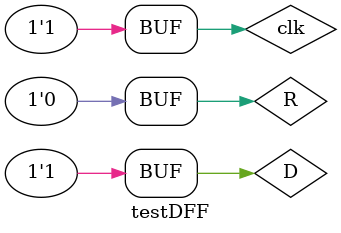
<source format=v>
`timescale 1ns / 1ps


module testDFF;

	// Inputs
	reg clk;
	reg D;
	reg R;

	// Outputs
	wire Q;
	wire not_Q;

	// Instantiate the DESIGN Under Test (DUT)
	DFF dut (
		.clk(clk), 
		.D(D), 
		.R(R), 
		.Q(Q), 
		.not_Q(not_Q)
	);
	
	always begin
	
	clk = 0;
	#100;
	clk = 1;	
	#100;
	end
	
	initial begin
		// Initialize Inputs
		D = 0;
		R = 1;
		
		#249;			
		D = 1;
		R = 0;
		
		#300;   
		D = 0;
		R = 0;
		 
		#200;   
		D = 1;  
		R = 0;
		
		#400; 		   
		D = 0;
		R = 1;
		
		#200;       
		D = 0;
		R = 0;
		
		#200;       
		D = 1;
		R = 0;

	end
      
endmodule


</source>
